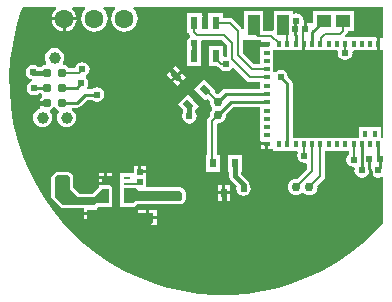
<source format=gtl>
G04*
G04 #@! TF.GenerationSoftware,Altium Limited,Altium Designer,25.4.2 (15)*
G04*
G04 Layer_Physical_Order=1*
G04 Layer_Color=1265191*
%FSTAX24Y24*%
%MOIN*%
G70*
G04*
G04 #@! TF.SameCoordinates,4B3FD54A-89C9-4FE9-A7AC-56F29E8A28E8*
G04*
G04*
G04 #@! TF.FilePolarity,Positive*
G04*
G01*
G75*
%ADD17R,0.0197X0.0197*%
%ADD18R,0.0197X0.0197*%
%ADD19C,0.0300*%
%ADD20R,0.0217X0.0315*%
%ADD21R,0.0394X0.0709*%
%ADD22R,0.0157X0.0197*%
%ADD23R,0.0197X0.0157*%
%ADD24R,0.0475X0.0417*%
%ADD25R,0.0236X0.0177*%
%ADD26R,0.0236X0.0098*%
%ADD27R,0.0236X0.0110*%
%ADD28R,0.0413X0.0315*%
G04:AMPARAMS|DCode=29|XSize=21.7mil|YSize=31.5mil|CornerRadius=0mil|HoleSize=0mil|Usage=FLASHONLY|Rotation=223.000|XOffset=0mil|YOffset=0mil|HoleType=Round|Shape=Rectangle|*
%AMROTATEDRECTD29*
4,1,4,-0.0028,0.0189,0.0187,-0.0041,0.0028,-0.0189,-0.0187,0.0041,-0.0028,0.0189,0.0*
%
%ADD29ROTATEDRECTD29*%

%ADD30R,0.0236X0.0433*%
%ADD45C,0.0310*%
%ADD46C,0.0150*%
%ADD47C,0.0100*%
%ADD48C,0.0080*%
%ADD49C,0.0630*%
%ADD50C,0.0390*%
%ADD51C,0.0240*%
G36*
X03071Y017772D02*
X030596D01*
Y017573D01*
Y017375D01*
X03071D01*
Y014445D01*
X030626D01*
Y0148D01*
X029914D01*
Y014445D01*
X027687D01*
Y016246D01*
X027674Y016312D01*
X027637Y016368D01*
X027637Y016368D01*
X027536Y016469D01*
X027517Y016562D01*
X027464Y016641D01*
X027385Y016695D01*
X027291Y016713D01*
X027198Y016695D01*
X027118Y016641D01*
X027103Y016619D01*
X027043Y016637D01*
Y017079D01*
Y017355D01*
X027988D01*
Y017375D01*
X028015D01*
Y017573D01*
X028115D01*
Y017375D01*
X028142D01*
Y017355D01*
X029167D01*
X029205Y017308D01*
X029198Y017277D01*
X029217Y017183D01*
X02927Y017104D01*
X02935Y017051D01*
X029443Y017032D01*
X029537Y017051D01*
X029616Y017104D01*
X029669Y017183D01*
X029688Y017277D01*
X029682Y017308D01*
X02972Y017355D01*
X030469D01*
Y017375D01*
X030496D01*
Y017573D01*
Y017772D01*
X030469D01*
Y017792D01*
X029465D01*
X029442Y017847D01*
X029484Y017889D01*
X029519Y017942D01*
X029531Y018D01*
X029726D01*
Y018657D01*
X028361D01*
Y01827D01*
X028306Y018258D01*
Y018258D01*
X028157D01*
Y01806D01*
X028057D01*
Y018295D01*
X028049Y018305D01*
X028057Y018342D01*
X028038Y018436D01*
X027985Y018515D01*
X027906Y018568D01*
X027812Y018587D01*
X027749Y018574D01*
X027689Y018615D01*
Y018664D01*
X027055D01*
Y018057D01*
X026995Y018009D01*
X026977Y018013D01*
X026705D01*
Y018664D01*
X026071D01*
Y018067D01*
X026011Y018061D01*
X026011Y018062D01*
X025975Y018115D01*
X025704Y018387D01*
X025651Y018422D01*
X025589Y018434D01*
X025382D01*
Y018608D01*
X024906D01*
Y018588D01*
X02482D01*
Y018271D01*
X02472D01*
Y018588D01*
X024634D01*
Y018608D01*
X024158D01*
Y017935D01*
X024239D01*
X024245Y017904D01*
X024272Y017863D01*
X024281Y017851D01*
X024259Y017788D01*
X024223Y017764D01*
X02417Y017684D01*
X024151Y01759D01*
X024166Y017515D01*
X024158Y017505D01*
X024158D01*
Y016832D01*
X024634D01*
Y017505D01*
X024634D01*
X024626Y017515D01*
X024641Y01759D01*
X024632Y017633D01*
X024681Y017693D01*
X025336D01*
X025507Y017522D01*
Y017176D01*
X025471Y017146D01*
X025429Y017138D01*
X025382Y017176D01*
Y017505D01*
X024906D01*
Y016832D01*
X025152D01*
X025198Y016786D01*
X025251Y016751D01*
X025287Y016743D01*
X025298Y016728D01*
X025377Y016675D01*
X025471Y016657D01*
X025564Y016675D01*
X025644Y016728D01*
X025668Y016765D01*
X025728Y016771D01*
X026163Y016336D01*
X026216Y0163D01*
X026279Y016288D01*
X026279Y016288D01*
X026607D01*
Y016073D01*
X02547D01*
X025404Y01606D01*
X025347Y016023D01*
X025224Y015899D01*
X0252Y015902D01*
X025163Y015897D01*
X025115Y015946D01*
X025115Y015988D01*
Y015988D01*
X024737Y016394D01*
X024403Y016082D01*
X024781Y015677D01*
X024855Y015745D01*
X024933Y015667D01*
X024928Y01563D01*
X024937Y01556D01*
X024964Y015494D01*
X024993Y015456D01*
X025006Y015426D01*
X024996Y015371D01*
X024974Y015342D01*
X024947Y015276D01*
X024937Y015206D01*
X024941Y015179D01*
X024895Y015137D01*
X024893Y015134D01*
X024891Y015133D01*
X024875Y015109D01*
X024858Y015085D01*
X024857Y015082D01*
X024855Y01508D01*
X02485Y015051D01*
X024843Y015024D01*
X024843Y01502D01*
X024843Y015017D01*
Y01387D01*
X024798D01*
Y013315D01*
X025254D01*
Y01387D01*
X025169D01*
Y014898D01*
X02521Y014933D01*
X02528Y014943D01*
X025346Y01497D01*
X025402Y015013D01*
X025446Y015069D01*
X025473Y015135D01*
X025482Y015206D01*
X025479Y01523D01*
X0257Y015451D01*
X026607D01*
Y01515D01*
Y014875D01*
Y014599D01*
Y014323D01*
X026627D01*
Y014296D01*
X026825D01*
Y014246D01*
X026875D01*
Y014068D01*
X027023D01*
X02704Y014014D01*
Y014008D01*
X027834D01*
X027862Y013955D01*
X027854Y013944D01*
X027835Y01385D01*
X027854Y013756D01*
X027907Y013677D01*
X027986Y013624D01*
X02808Y013605D01*
X028118Y013613D01*
X028178Y013564D01*
Y013408D01*
X027837Y013067D01*
X0278Y013072D01*
X02773Y013063D01*
X027664Y013036D01*
X027607Y012993D01*
X027564Y012936D01*
X027537Y01287D01*
X027528Y0128D01*
X027537Y01273D01*
X027564Y012664D01*
X027607Y012607D01*
X027664Y012564D01*
X02773Y012537D01*
X0278Y012528D01*
X02787Y012537D01*
X027936Y012564D01*
X027993Y012607D01*
X027995Y012611D01*
X028055D01*
X028057Y012607D01*
X028114Y012564D01*
X02818Y012537D01*
X02825Y012528D01*
X02832Y012537D01*
X028386Y012564D01*
X028443Y012607D01*
X028486Y012664D01*
X028513Y01273D01*
X028522Y0128D01*
X028517Y012837D01*
X028732Y013051D01*
X028767Y013104D01*
X02878Y013166D01*
Y014008D01*
X029556D01*
Y013889D01*
X029547Y013883D01*
X029494Y013804D01*
X029475Y01371D01*
X029494Y013616D01*
X029547Y013537D01*
X029626Y013484D01*
X029715Y013466D01*
X029721Y013464D01*
X029761Y013412D01*
X02975Y013354D01*
X029768Y013261D01*
X029821Y013181D01*
X029901Y013128D01*
X029994Y01311D01*
X030088Y013128D01*
X030167Y013181D01*
X03022Y013261D01*
X030236Y013339D01*
X030297D01*
X030312Y013264D01*
X030365Y013185D01*
X030444Y013132D01*
X030538Y013113D01*
X030632Y013132D01*
X030657Y013149D01*
X03071Y013121D01*
Y011609D01*
X030384Y011262D01*
X029995Y010904D01*
X029579Y010576D01*
X029141Y010279D01*
X028681Y010016D01*
X028204Y009788D01*
X02771Y009596D01*
X027204Y009441D01*
X026688Y009324D01*
X026165Y009246D01*
X025637Y009207D01*
X025107D01*
X02458Y009246D01*
X024056Y009324D01*
X02354Y009441D01*
X023034Y009596D01*
X022541Y009788D01*
X022063Y010016D01*
X021604Y010279D01*
X021165Y010576D01*
X02075Y010904D01*
X02036Y011262D01*
X019997Y011648D01*
X019665Y012059D01*
X019364Y012495D01*
X019096Y012951D01*
X018862Y013426D01*
X018665Y013917D01*
X018504Y014422D01*
X018381Y014936D01*
X018297Y015459D01*
X018252Y015986D01*
X018246Y016516D01*
X01828Y017044D01*
X018352Y017568D01*
X018464Y018086D01*
X018613Y018594D01*
X018686Y018788D01*
X019794D01*
X019815Y018728D01*
X019783Y018704D01*
X019716Y018617D01*
X019675Y018517D01*
X019667Y018458D01*
X020079D01*
X020491D01*
X020483Y018517D01*
X020441Y018617D01*
X020375Y018704D01*
X020343Y018728D01*
X020364Y018788D01*
X020761D01*
X020782Y018728D01*
X020769Y018718D01*
X020699Y018628D01*
X020655Y018522D01*
X02064Y018408D01*
X020655Y018295D01*
X020699Y018189D01*
X020769Y018098D01*
X02086Y018028D01*
X020965Y017984D01*
X021079Y017969D01*
X021192Y017984D01*
X021298Y018028D01*
X021389Y018098D01*
X021459Y018189D01*
X021503Y018295D01*
X021518Y018408D01*
X021503Y018522D01*
X021459Y018628D01*
X021389Y018718D01*
X021376Y018728D01*
X021396Y018788D01*
X021761D01*
X021782Y018728D01*
X021769Y018718D01*
X021699Y018628D01*
X021655Y018522D01*
X02164Y018408D01*
X021655Y018295D01*
X021699Y018189D01*
X021769Y018098D01*
X02186Y018028D01*
X021965Y017984D01*
X022079Y017969D01*
X022192Y017984D01*
X022298Y018028D01*
X022389Y018098D01*
X022459Y018189D01*
X022503Y018295D01*
X022518Y018408D01*
X022503Y018522D01*
X022459Y018628D01*
X022389Y018718D01*
X022376Y018728D01*
X022396Y018788D01*
X03071Y018788D01*
Y017772D01*
D02*
G37*
G36*
X026486Y017699D02*
X026548Y017687D01*
X026627D01*
Y017604D01*
X026825D01*
Y017504D01*
X026627D01*
Y017477D01*
X026607D01*
Y017079D01*
Y01689D01*
X026391D01*
X026023Y017258D01*
Y017686D01*
X026071Y017716D01*
X026461D01*
X026486Y017699D01*
D02*
G37*
%LPC*%
G36*
X020029Y018358D02*
X019667D01*
X019675Y0183D01*
X019716Y018199D01*
X019783Y018112D01*
X01987Y018046D01*
X019971Y018004D01*
X020029Y017996D01*
Y018358D01*
D02*
G37*
G36*
X020491D02*
X020129D01*
Y017996D01*
X020187Y018004D01*
X020288Y018046D01*
X020375Y018112D01*
X020441Y018199D01*
X020483Y0183D01*
X020491Y018358D01*
D02*
G37*
G36*
X019752Y017432D02*
X01967Y017421D01*
X019593Y017389D01*
X019527Y017339D01*
X019477Y017273D01*
X019445Y017196D01*
X019434Y017114D01*
X019445Y017032D01*
X019477Y016955D01*
X019481Y016949D01*
X019455Y016885D01*
X01943Y016882D01*
X019363Y016854D01*
X01931Y016813D01*
X019186D01*
X019127Y016852D01*
X019034Y016871D01*
X01894Y016852D01*
X018861Y016799D01*
X018807Y01672D01*
X018789Y016626D01*
X018807Y016532D01*
X018861Y016453D01*
X01894Y0164D01*
X01899Y01639D01*
Y016329D01*
X018969Y016325D01*
X01889Y016272D01*
X018837Y016192D01*
X018818Y016099D01*
X018837Y016005D01*
X01889Y015926D01*
X018969Y015872D01*
X019063Y015854D01*
X019156Y015872D01*
X019236Y015926D01*
X0193Y015926D01*
X019306Y015918D01*
X019345Y015888D01*
X01935Y015831D01*
X019346Y015816D01*
X019318Y015798D01*
X019262Y015714D01*
X019242Y015614D01*
X019262Y015515D01*
X019283Y015483D01*
X019277Y015457D01*
X019256Y015415D01*
X019193Y015389D01*
X019127Y015339D01*
X019077Y015273D01*
X019045Y015196D01*
X019034Y015114D01*
X019045Y015032D01*
X019077Y014955D01*
X019127Y014889D01*
X019193Y014839D01*
X01927Y014807D01*
X019352Y014796D01*
X019434Y014807D01*
X019511Y014839D01*
X019577Y014889D01*
X019627Y014955D01*
X019659Y015032D01*
X01967Y015114D01*
X019659Y015196D01*
X019627Y015273D01*
X019597Y015312D01*
X019599Y015331D01*
X019613Y01538D01*
X019615Y015383D01*
X019686Y01543D01*
X019704Y015458D01*
X019719Y015462D01*
X019776Y015457D01*
X019806Y015418D01*
X019863Y015374D01*
X019875Y015369D01*
X019895Y015296D01*
X019877Y015273D01*
X019845Y015196D01*
X019834Y015114D01*
X019845Y015032D01*
X019877Y014955D01*
X019927Y014889D01*
X019993Y014839D01*
X02007Y014807D01*
X020152Y014796D01*
X020234Y014807D01*
X020311Y014839D01*
X020377Y014889D01*
X020427Y014955D01*
X020459Y015032D01*
X02047Y015114D01*
X020459Y015196D01*
X020427Y015273D01*
X020377Y015339D01*
X020322Y015381D01*
X020331Y015427D01*
X020338Y015441D01*
X020502D01*
X020568Y015454D01*
X020625Y015492D01*
X020838Y015705D01*
X020997D01*
X021076Y015652D01*
X021169Y015633D01*
X021263Y015652D01*
X021342Y015705D01*
X021395Y015784D01*
X021414Y015878D01*
X021395Y015972D01*
X021342Y016051D01*
X021263Y016104D01*
X021169Y016123D01*
X021076Y016104D01*
X020997Y016051D01*
X020855D01*
X020826Y016111D01*
X020864Y016168D01*
X020883Y016262D01*
X020864Y016355D01*
X020811Y016435D01*
X020794Y016446D01*
X020797Y016516D01*
X02085Y016551D01*
X020903Y016631D01*
X020922Y016724D01*
X020903Y016818D01*
X02085Y016897D01*
X020771Y01695D01*
X020677Y016969D01*
X020584Y01695D01*
X020504Y016897D01*
X020451Y016818D01*
X020443Y016777D01*
X020223D01*
X020198Y01681D01*
X020141Y016854D01*
X020074Y016882D01*
X020049Y016885D01*
X020023Y016949D01*
X020027Y016955D01*
X020059Y017032D01*
X02007Y017114D01*
X020059Y017196D01*
X020027Y017273D01*
X019977Y017339D01*
X019911Y017389D01*
X019834Y017421D01*
X019752Y017432D01*
D02*
G37*
G36*
X023791Y01683D02*
X023675Y016722D01*
X023817Y016571D01*
X023933Y016679D01*
X023791Y01683D01*
D02*
G37*
G36*
X023602Y016654D02*
X023486Y016546D01*
X023628Y016394D01*
X023744Y016502D01*
X023602Y016654D01*
D02*
G37*
G36*
X024001Y016605D02*
X023885Y016497D01*
X024027Y016346D01*
X024142Y016454D01*
X024001Y016605D01*
D02*
G37*
G36*
X023812Y016429D02*
X023696Y016321D01*
X023838Y01617D01*
X023953Y016278D01*
X023812Y016429D01*
D02*
G37*
G36*
X02419Y015884D02*
X023856Y015572D01*
X024047Y015368D01*
Y015294D01*
X02402Y015254D01*
X024001Y01516D01*
X02402Y015066D01*
X024073Y014987D01*
X024152Y014934D01*
X024246Y014915D01*
X024339Y014934D01*
X024419Y014987D01*
X024472Y015066D01*
X02449Y01516D01*
X024472Y015254D01*
X024444Y015294D01*
Y015362D01*
X024568Y015478D01*
X024397Y015662D01*
X024386Y015677D01*
X024375Y015685D01*
X02419Y015884D01*
D02*
G37*
G36*
X026775Y014196D02*
X026627D01*
Y014068D01*
X026775D01*
Y014196D01*
D02*
G37*
G36*
X022795Y013507D02*
X022647D01*
Y013359D01*
X022795D01*
Y013507D01*
D02*
G37*
G36*
X021674Y013253D02*
X021506D01*
Y013154D01*
X021674D01*
Y013253D01*
D02*
G37*
G36*
X021406D02*
X021238D01*
Y013154D01*
X021406D01*
Y013253D01*
D02*
G37*
G36*
X021337Y013054D02*
X021238D01*
Y012957D01*
X021337D01*
Y013054D01*
D02*
G37*
G36*
X025608Y012865D02*
X02545D01*
Y012658D01*
X025608D01*
Y012865D01*
D02*
G37*
G36*
X02535D02*
X025192D01*
Y012658D01*
X02535D01*
Y012865D01*
D02*
G37*
G36*
X026002Y01387D02*
X025546D01*
Y013315D01*
X025575D01*
Y013153D01*
X02559Y013077D01*
X025633Y013013D01*
X025822Y012824D01*
X025807Y012748D01*
X025825Y012654D01*
X025878Y012575D01*
X025958Y012522D01*
X026051Y012503D01*
X026145Y012522D01*
X026224Y012575D01*
X026277Y012654D01*
X026296Y012748D01*
X026277Y012842D01*
X026248Y012885D01*
X026235Y012952D01*
X026192Y013016D01*
X025973Y013235D01*
Y013315D01*
X026002D01*
Y01387D01*
D02*
G37*
G36*
X025608Y012558D02*
X02545D01*
Y01235D01*
X025608D01*
Y012558D01*
D02*
G37*
G36*
X02535D02*
X025192D01*
Y01235D01*
X02535D01*
Y012558D01*
D02*
G37*
G36*
X022547Y013507D02*
X022398D01*
Y013273D01*
X021926D01*
Y013113D01*
X021947Y013092D01*
Y012135D01*
X022046D01*
X022055Y012133D01*
X02237D01*
X022379Y012135D01*
X022402D01*
Y01214D01*
X022417Y012143D01*
X022457Y012169D01*
X022509Y012222D01*
X023945D01*
X023992Y012231D01*
X024031Y012258D01*
X024091Y012317D01*
X024117Y012357D01*
X024126Y012403D01*
Y01261D01*
X024117Y012657D01*
X024091Y012697D01*
X024031Y012756D01*
X023992Y012782D01*
X023945Y012792D01*
X023177D01*
Y012792D01*
X022815D01*
Y013173D01*
X022795D01*
Y013259D01*
X022597D01*
Y013309D01*
X022547D01*
Y013507D01*
D02*
G37*
G36*
X020195Y013313D02*
X019841D01*
X019794Y013304D01*
X019754Y013277D01*
X019685Y013208D01*
X019659Y013169D01*
X019649Y013122D01*
Y012482D01*
X019659Y012435D01*
X019685Y012396D01*
X019961Y01212D01*
X020001Y012094D01*
X020047Y012084D01*
X020732D01*
Y011983D01*
X020835D01*
Y01202D01*
X021168D01*
Y012098D01*
X021188D01*
Y012143D01*
X021583D01*
X021602Y012147D01*
X021671D01*
X021671Y012148D01*
Y012797D01*
X021612Y012856D01*
X021337D01*
Y012879D01*
X021238D01*
Y012879D01*
X021218D01*
Y012782D01*
X02101Y012575D01*
X02059Y012575D01*
X020376Y012789D01*
Y013132D01*
X020367Y013179D01*
X020341Y013218D01*
X020281Y013277D01*
X020242Y013304D01*
X020195Y013313D01*
D02*
G37*
G36*
X0228Y012043D02*
X022543D01*
Y011941D01*
X0228D01*
Y012043D01*
D02*
G37*
G36*
X023157D02*
X0229D01*
Y011941D01*
X023039D01*
X023043Y011836D01*
X023157D01*
Y012043D01*
D02*
G37*
G36*
X020835Y011883D02*
X020732D01*
Y011744D01*
X020835D01*
Y011883D01*
D02*
G37*
G36*
X023157Y011736D02*
X023046D01*
X023049Y011636D01*
X022961Y011547D01*
X0229D01*
Y011528D01*
X023157D01*
Y011736D01*
D02*
G37*
G36*
X0228Y011547D02*
X022543D01*
Y011528D01*
X0228D01*
Y011547D01*
D02*
G37*
%LPD*%
G36*
X022557Y012669D02*
X023945D01*
X024004Y01261D01*
Y012403D01*
X023945Y012344D01*
X022459D01*
X02237Y012256D01*
X022055D01*
Y012758D01*
X022469D01*
X022557Y012669D01*
D02*
G37*
G36*
X020254Y013132D02*
Y012738D01*
X020539Y012453D01*
X021061Y012453D01*
X021327Y012718D01*
X021583D01*
Y012266D01*
X02112D01*
X021061Y012207D01*
X020047D01*
X019772Y012482D01*
Y013122D01*
X019841Y013191D01*
X020195D01*
X020254Y013132D01*
D02*
G37*
D17*
X022597Y012955D02*
D03*
Y013309D02*
D03*
D18*
X030243Y01372D02*
D03*
X030597D02*
D03*
X027753Y01806D02*
D03*
X028107D02*
D03*
D19*
X02521Y015206D02*
D03*
X0278Y0128D02*
D03*
X02825D02*
D03*
X0252Y01563D02*
D03*
D20*
X025026Y013592D02*
D03*
X025774D02*
D03*
X0254Y012608D02*
D03*
D21*
X026388Y01819D02*
D03*
X027372D02*
D03*
D22*
X030546Y017573D02*
D03*
X028065D02*
D03*
X02779D02*
D03*
X030427Y014581D02*
D03*
X029168Y014227D02*
D03*
X029443D02*
D03*
X027514Y017573D02*
D03*
X028065Y014227D02*
D03*
X028341Y017573D02*
D03*
X028616D02*
D03*
X028892D02*
D03*
X029168D02*
D03*
X029443D02*
D03*
X030546Y014227D02*
D03*
X03027D02*
D03*
X028892D02*
D03*
X028616D02*
D03*
X027238D02*
D03*
X029994Y017573D02*
D03*
X029719D02*
D03*
Y014227D02*
D03*
X029994D02*
D03*
X030112Y014581D02*
D03*
X03027Y017573D02*
D03*
X027238D02*
D03*
X027514Y014227D02*
D03*
X028341D02*
D03*
X02779D02*
D03*
D23*
X026825Y017554D02*
D03*
Y014246D02*
D03*
Y014522D02*
D03*
Y017278D02*
D03*
Y017002D02*
D03*
Y016451D02*
D03*
Y016176D02*
D03*
Y0159D02*
D03*
Y015624D02*
D03*
Y015073D02*
D03*
Y014798D02*
D03*
Y015349D02*
D03*
Y016727D02*
D03*
D24*
X029369Y018329D02*
D03*
X028718D02*
D03*
D25*
X02095Y011933D02*
D03*
Y012307D02*
D03*
D26*
X022164Y013104D02*
D03*
Y012907D02*
D03*
X021456Y01271D02*
D03*
Y012513D02*
D03*
Y012316D02*
D03*
X022164Y012513D02*
D03*
Y01271D02*
D03*
X021456Y012907D02*
D03*
Y013104D02*
D03*
D27*
X022164Y01231D02*
D03*
D28*
X02285Y011786D02*
D03*
Y012514D02*
D03*
D29*
X024759Y016035D02*
D03*
X024212Y015525D02*
D03*
X023814Y0165D02*
D03*
D30*
X025144Y018271D02*
D03*
X02477D02*
D03*
X024396D02*
D03*
Y017169D02*
D03*
X025144D02*
D03*
D45*
X020002Y015614D02*
D03*
X019502D02*
D03*
X020002Y016114D02*
D03*
X019502D02*
D03*
X020002Y016614D02*
D03*
X019502D02*
D03*
D46*
X023551Y016763D02*
Y016951D01*
Y016763D02*
X023814Y0165D01*
X019045Y016614D02*
X019502D01*
X019034Y016626D02*
X019045Y016614D01*
X01912Y015614D02*
X019502D01*
X026454Y017554D02*
X026825D01*
X02477Y018212D02*
Y01859D01*
X024246Y01516D02*
Y015537D01*
X025392Y012148D02*
X0254Y012156D01*
Y012608D01*
X024396Y017228D02*
Y01759D01*
X025774Y013153D02*
Y013592D01*
X026051Y012748D02*
Y012876D01*
X025774Y013153D02*
X026051Y012876D01*
D47*
X027291Y016468D02*
X027514Y016246D01*
Y014227D02*
Y016246D01*
X020766Y015878D02*
X021169D01*
X020502Y015614D02*
X020766Y015878D01*
X02049Y016114D02*
X020638Y016262D01*
X020002Y016114D02*
X02049D01*
X020002Y015614D02*
X020502D01*
X019063Y016099D02*
X019079Y016115D01*
X019502D01*
X02547Y0159D02*
X026825D01*
X0252Y01563D02*
X02547Y0159D01*
X025629Y015624D02*
X026825D01*
X02521Y015206D02*
X025629Y015624D01*
X02779Y017573D02*
X027812Y017596D01*
X030546Y013727D02*
Y014227D01*
X029994Y013354D02*
Y014227D01*
X030538Y013358D02*
X0306Y01342D01*
Y013673D01*
X030546Y013727D02*
X0306Y013673D01*
X030243Y013388D02*
X030302Y013329D01*
X030243Y013388D02*
Y01372D01*
X030302Y01276D02*
Y013329D01*
X027753Y017886D02*
X027812Y017827D01*
X027753Y017886D02*
Y01806D01*
Y018283D01*
X027812Y018342D01*
Y017596D02*
Y017827D01*
X028341Y017951D02*
X028718Y018329D01*
X028341Y017573D02*
Y017951D01*
D48*
X020567Y016614D02*
X020677Y016724D01*
X020002Y016614D02*
X020567D01*
X0278Y0128D02*
X028341Y013341D01*
Y014227D01*
X027514Y018152D02*
X027532Y01817D01*
X027514Y017573D02*
Y018152D01*
X027234Y014223D02*
X027238Y014227D01*
X028616Y017573D02*
X028645D01*
X028063Y014229D02*
X028065Y014227D01*
X02825Y0128D02*
X028616Y013166D01*
Y014227D01*
X025006Y013582D02*
X025026Y013592D01*
X025006Y015017D02*
X02521Y015206D01*
X029719Y013711D02*
Y014226D01*
Y013711D02*
X02972Y01371D01*
X02674Y01377D02*
Y013797D01*
X026825Y013882D01*
Y014246D01*
X025006Y013582D02*
Y015017D01*
X024798Y01594D02*
X02489D01*
X0252Y01563D01*
X024246Y015537D02*
X024246Y015537D01*
X03045Y018033D02*
X030546Y017937D01*
Y017573D02*
Y017937D01*
X03045Y018033D02*
Y01806D01*
X028645Y017573D02*
Y017769D01*
X028048Y017585D02*
Y01806D01*
Y017585D02*
X028063Y017571D01*
Y01727D02*
Y017571D01*
X026977Y01785D02*
X027238Y017588D01*
X026388Y01801D02*
Y01819D01*
Y01801D02*
X026548Y01785D01*
X026977D01*
X029443Y017277D02*
Y017573D01*
X026323Y016727D02*
X026825D01*
X02586Y01719D02*
X026323Y016727D01*
X02586Y01719D02*
Y018D01*
X025589Y018271D02*
X02586Y018D01*
X026279Y016451D02*
X026825D01*
X02567Y01706D02*
X026279Y016451D01*
X02567Y01706D02*
Y01759D01*
X028065Y013865D02*
Y014227D01*
Y013865D02*
X02808Y01385D01*
X022164Y012907D02*
X022585D01*
X0226Y012892D01*
X025144Y018271D02*
X025589D01*
X024396Y018271D02*
X024396Y018271D01*
X024396Y017966D02*
Y018271D01*
Y017966D02*
X024506Y017856D01*
X025404D01*
X02567Y01759D01*
X025144Y017228D02*
X025174Y017198D01*
X025144Y017071D02*
Y017169D01*
Y017071D02*
X025313Y016901D01*
X025471D01*
X02878Y017903D02*
X029268D01*
X029369Y018004D01*
Y018329D01*
X028645Y017769D02*
X02878Y017903D01*
D49*
X022079Y018408D02*
D03*
X021079D02*
D03*
X020079D02*
D03*
D50*
X019352Y015114D02*
D03*
X020152D02*
D03*
X019752Y017114D02*
D03*
D51*
X023551Y016951D02*
D03*
X027291Y016468D02*
D03*
X021169Y015878D02*
D03*
X019034Y016626D02*
D03*
X020677Y016724D02*
D03*
X020638Y016262D02*
D03*
X019063Y016099D02*
D03*
X01912Y015614D02*
D03*
X02972Y01371D02*
D03*
X030538Y013358D02*
D03*
X02674Y01377D02*
D03*
X03045Y01806D02*
D03*
X028063Y01727D02*
D03*
X027812Y018342D02*
D03*
X026454Y017554D02*
D03*
X02477Y01859D02*
D03*
X024246Y01516D02*
D03*
X0236Y01462D02*
D03*
X02359Y01357D02*
D03*
X02594Y01516D02*
D03*
X026388Y01456D02*
D03*
X02433Y01413D02*
D03*
X029994Y013354D02*
D03*
X02808Y01385D02*
D03*
X030302Y01276D02*
D03*
X029443Y017277D02*
D03*
X020018Y013033D02*
D03*
X020028Y012689D02*
D03*
X020254Y012384D02*
D03*
X023394Y012502D02*
D03*
X023787D02*
D03*
X021179Y015238D02*
D03*
X018886Y018526D02*
D03*
X018512Y016321D02*
D03*
X01861Y0151D02*
D03*
X02235Y017581D02*
D03*
X023345Y018122D02*
D03*
X023814Y018447D02*
D03*
X030323Y011527D02*
D03*
X025392Y012148D02*
D03*
X020677Y014008D02*
D03*
X022606Y014246D02*
D03*
X023295Y015337D02*
D03*
X020973Y013024D02*
D03*
X021819Y013516D02*
D03*
X022833Y011075D02*
D03*
X021524Y011085D02*
D03*
X02301Y010041D02*
D03*
X024969Y009579D02*
D03*
X02676Y009687D02*
D03*
X028364Y010258D02*
D03*
X029201Y01259D02*
D03*
X028974Y013516D02*
D03*
X028048Y011695D02*
D03*
X026602Y011439D02*
D03*
X024191Y011449D02*
D03*
X024791Y012699D02*
D03*
X02673Y012777D02*
D03*
X02738Y017197D02*
D03*
X030323Y017148D02*
D03*
X030343Y015848D02*
D03*
Y015012D02*
D03*
X028463Y015819D02*
D03*
X027931Y016429D02*
D03*
X02926Y014864D02*
D03*
X030028Y018388D02*
D03*
X025667Y018555D02*
D03*
X026356Y017128D02*
D03*
X024396Y01759D02*
D03*
X026051Y012748D02*
D03*
X025471Y016901D02*
D03*
M02*

</source>
